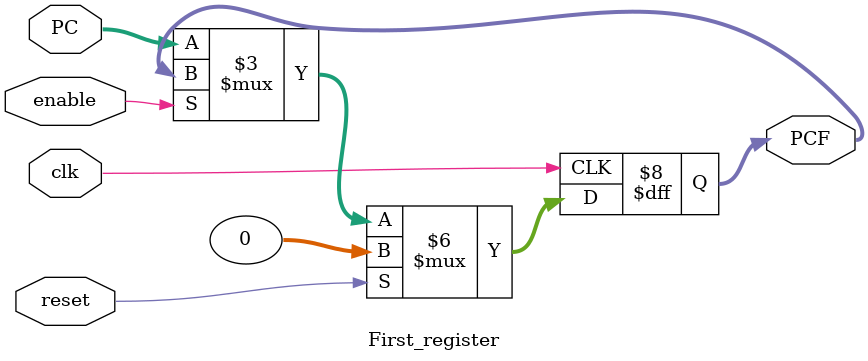
<source format=v>
`timescale 1ns / 1ps
module First_register (clk, reset, enable, PC, PCF);

input clk, reset, enable;
input [31:0] PC;
output reg [31:0] PCF;

always @ (posedge clk)
begin
if (reset)
PCF <= 0;

else if (enable)
PCF <= PCF;

else
PCF <= PC;

end

endmodule

</source>
